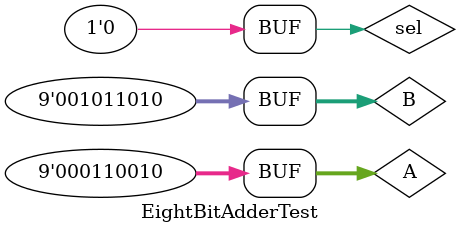
<source format=v>
`timescale 1ns / 1ps


module EightBitAdderTest();

//Wired UUT out_8puts
wire [8:0] out_8;

//Registered UUT Inputs
reg  [8:0] A = 0;
reg  [8:0] B = 0;
reg  sel = 0;

//UUT Instantiation
//module EightBitAdder(RCOSum, RCOCarryout_8, RCOAddX, RCOAddY, RCOCarryIn);
mux2to1_8 UUT (
    .out_8(out_8),
    .A(A),
    .B(B),
    .sel(sel)
    );
    
initial
    begin
        #1000;
        sel =  0;
    
        #1000;  //wait 1000 ns
        A = 9'd50;
        #1000;
        B = 9'd90;
        
//        #1000;
//        RCOAddX = 8'd255;
//        #1000;
//        RCOAddY = 8'd255; 
        
    end

   
endmodule

</source>
